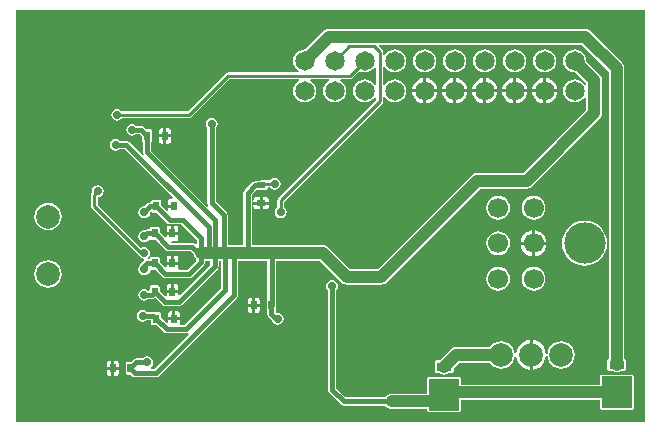
<source format=gbl>
G04 Layer_Physical_Order=2*
G04 Layer_Color=16711680*
%FSLAX25Y25*%
%MOIN*%
G70*
G01*
G75*
%ADD13R,0.03150X0.01968*%
%ADD19R,0.01968X0.03150*%
%ADD21C,0.00984*%
%ADD23C,0.01500*%
%ADD24C,0.03937*%
%ADD25C,0.01575*%
%ADD27C,0.06500*%
%ADD28C,0.07874*%
%ADD29C,0.13780*%
%ADD30C,0.06693*%
%ADD31C,0.02756*%
%ADD32R,0.10000X0.10500*%
%ADD33R,0.05000X0.03000*%
G36*
X541296Y207204D02*
X331704Y207204D01*
Y344296D01*
X541296Y344296D01*
X541296Y207204D01*
D02*
G37*
%LPC*%
G36*
X384937Y262578D02*
X384453D01*
Y260500D01*
X385941D01*
Y261575D01*
X385864Y261959D01*
X385647Y262284D01*
X385321Y262502D01*
X384937Y262578D01*
D02*
G37*
G36*
X383453D02*
X382968D01*
X382585Y262502D01*
X382259Y262284D01*
X382041Y261959D01*
X381965Y261575D01*
Y260500D01*
X383453D01*
Y262578D01*
D02*
G37*
G36*
X508613Y266189D02*
X504811D01*
Y262387D01*
X505442Y262470D01*
X506495Y262906D01*
X507400Y263600D01*
X508094Y264505D01*
X508530Y265558D01*
X508613Y266189D01*
D02*
G37*
G36*
X503811D02*
X500009D01*
X500092Y265558D01*
X500528Y264505D01*
X501222Y263600D01*
X502127Y262906D01*
X503181Y262470D01*
X503811Y262387D01*
Y266189D01*
D02*
G37*
G36*
X384937Y253078D02*
X384453D01*
Y251000D01*
X385941D01*
Y252075D01*
X385864Y252459D01*
X385647Y252784D01*
X385321Y253002D01*
X384937Y253078D01*
D02*
G37*
G36*
X383453D02*
X382968D01*
X382585Y253002D01*
X382259Y252784D01*
X382041Y252459D01*
X381965Y252075D01*
Y251000D01*
X383453D01*
Y253078D01*
D02*
G37*
G36*
X521319Y274215D02*
X519851Y274070D01*
X518439Y273642D01*
X517138Y272947D01*
X515997Y272011D01*
X515061Y270870D01*
X514366Y269569D01*
X513938Y268157D01*
X513793Y266689D01*
X513938Y265221D01*
X514366Y263809D01*
X515061Y262508D01*
X515997Y261367D01*
X517138Y260431D01*
X518439Y259736D01*
X519851Y259308D01*
X521319Y259163D01*
X522787Y259308D01*
X524199Y259736D01*
X525500Y260431D01*
X526641Y261367D01*
X527576Y262508D01*
X528272Y263809D01*
X528700Y265221D01*
X528845Y266689D01*
X528700Y268157D01*
X528272Y269569D01*
X527576Y270870D01*
X526641Y272011D01*
X525500Y272947D01*
X524199Y273642D01*
X522787Y274070D01*
X521319Y274215D01*
D02*
G37*
G36*
X342500Y260970D02*
X341316Y260814D01*
X340212Y260357D01*
X339264Y259630D01*
X338537Y258682D01*
X338080Y257578D01*
X337924Y256394D01*
X338080Y255209D01*
X338537Y254106D01*
X339264Y253158D01*
X340212Y252431D01*
X341316Y251974D01*
X342500Y251817D01*
X343684Y251974D01*
X344788Y252431D01*
X345736Y253158D01*
X346463Y254106D01*
X346920Y255209D01*
X347076Y256394D01*
X346920Y257578D01*
X346463Y258682D01*
X345736Y259630D01*
X344788Y260357D01*
X343684Y260814D01*
X342500Y260970D01*
D02*
G37*
G36*
Y280183D02*
X341316Y280027D01*
X340212Y279569D01*
X339264Y278842D01*
X338537Y277894D01*
X338080Y276791D01*
X337924Y275606D01*
X338080Y274422D01*
X338537Y273318D01*
X339264Y272371D01*
X340212Y271643D01*
X341316Y271186D01*
X342500Y271030D01*
X343684Y271186D01*
X344788Y271643D01*
X345736Y272371D01*
X346463Y273318D01*
X346920Y274422D01*
X347076Y275606D01*
X346920Y276791D01*
X346463Y277894D01*
X345736Y278842D01*
X344788Y279569D01*
X343684Y280027D01*
X342500Y280183D01*
D02*
G37*
G36*
X384937Y272578D02*
X384453D01*
Y270500D01*
X385941D01*
Y271575D01*
X385864Y271959D01*
X385647Y272284D01*
X385321Y272502D01*
X384937Y272578D01*
D02*
G37*
G36*
X504311Y282481D02*
X503281Y282345D01*
X502321Y281947D01*
X501496Y281315D01*
X500864Y280490D01*
X500466Y279530D01*
X500330Y278500D01*
X500466Y277470D01*
X500864Y276510D01*
X501496Y275685D01*
X502321Y275053D01*
X503281Y274655D01*
X504311Y274519D01*
X505341Y274655D01*
X506301Y275053D01*
X507126Y275685D01*
X507758Y276510D01*
X508156Y277470D01*
X508291Y278500D01*
X508156Y279530D01*
X507758Y280490D01*
X507126Y281315D01*
X506301Y281947D01*
X505341Y282345D01*
X504311Y282481D01*
D02*
G37*
G36*
X492500D02*
X491470Y282345D01*
X490510Y281947D01*
X489685Y281315D01*
X489053Y280490D01*
X488655Y279530D01*
X488519Y278500D01*
X488655Y277470D01*
X489053Y276510D01*
X489685Y275685D01*
X490510Y275053D01*
X491470Y274655D01*
X492500Y274519D01*
X493530Y274655D01*
X494490Y275053D01*
X495315Y275685D01*
X495947Y276510D01*
X496345Y277470D01*
X496481Y278500D01*
X496345Y279530D01*
X495947Y280490D01*
X495315Y281315D01*
X494490Y281947D01*
X493530Y282345D01*
X492500Y282481D01*
D02*
G37*
G36*
X503811Y270991D02*
X503181Y270908D01*
X502127Y270472D01*
X501222Y269778D01*
X500528Y268873D01*
X500092Y267819D01*
X500009Y267189D01*
X503811D01*
Y270991D01*
D02*
G37*
G36*
X492500Y270670D02*
X491470Y270534D01*
X490510Y270136D01*
X489685Y269504D01*
X489053Y268679D01*
X488655Y267719D01*
X488519Y266689D01*
X488655Y265659D01*
X489053Y264699D01*
X489685Y263874D01*
X490510Y263242D01*
X491470Y262844D01*
X492500Y262708D01*
X493530Y262844D01*
X494490Y263242D01*
X495315Y263874D01*
X495947Y264699D01*
X496345Y265659D01*
X496481Y266689D01*
X496345Y267719D01*
X495947Y268679D01*
X495315Y269504D01*
X494490Y270136D01*
X493530Y270534D01*
X492500Y270670D01*
D02*
G37*
G36*
X383453Y272578D02*
X382968D01*
X382585Y272502D01*
X382259Y272284D01*
X382041Y271959D01*
X381965Y271575D01*
Y270500D01*
X383453D01*
Y272578D01*
D02*
G37*
G36*
X504811Y270991D02*
Y267189D01*
X508613D01*
X508530Y267819D01*
X508094Y268873D01*
X507400Y269778D01*
X506495Y270472D01*
X505442Y270908D01*
X504811Y270991D01*
D02*
G37*
G36*
X363547Y227578D02*
X363063D01*
X362679Y227502D01*
X362353Y227284D01*
X362136Y226959D01*
X362059Y226575D01*
Y225500D01*
X363547D01*
Y227578D01*
D02*
G37*
G36*
X504000Y234398D02*
Y229500D01*
Y224602D01*
X504785Y224705D01*
X505982Y225201D01*
X507010Y225990D01*
X507799Y227018D01*
X508295Y228215D01*
X508421Y229176D01*
X508442Y229332D01*
X508946D01*
X508966Y229176D01*
X509080Y228316D01*
X509537Y227212D01*
X510264Y226264D01*
X511212Y225537D01*
X512316Y225080D01*
X513500Y224924D01*
X514684Y225080D01*
X515788Y225537D01*
X516736Y226264D01*
X517463Y227212D01*
X517920Y228316D01*
X518076Y229500D01*
X517920Y230684D01*
X517463Y231788D01*
X516736Y232736D01*
X515788Y233463D01*
X514684Y233920D01*
X513500Y234076D01*
X512316Y233920D01*
X511212Y233463D01*
X510264Y232736D01*
X509537Y231788D01*
X509080Y230684D01*
X508966Y229824D01*
X508946Y229668D01*
X508442D01*
X508421Y229824D01*
X508295Y230785D01*
X507799Y231982D01*
X507010Y233010D01*
X505982Y233799D01*
X504785Y234295D01*
X504000Y234398D01*
D02*
G37*
G36*
X503000D02*
X502215Y234295D01*
X501018Y233799D01*
X499990Y233010D01*
X499201Y231982D01*
X498705Y230785D01*
X498579Y229824D01*
X498558Y229668D01*
X498054D01*
X498034Y229824D01*
X497920Y230684D01*
X497463Y231788D01*
X496736Y232736D01*
X495788Y233463D01*
X494684Y233920D01*
X493500Y234076D01*
X492316Y233920D01*
X491212Y233463D01*
X490264Y232736D01*
X489769Y232091D01*
X478500D01*
X477830Y232002D01*
X477205Y231744D01*
X476668Y231332D01*
X472986Y227649D01*
X472000D01*
X471541Y227459D01*
X471351Y227000D01*
Y224000D01*
X471541Y223541D01*
X472000Y223351D01*
X473082D01*
X473205Y223256D01*
X473830Y222998D01*
X474500Y222909D01*
X475171Y222998D01*
X475795Y223256D01*
X475918Y223351D01*
X477000D01*
X477459Y223541D01*
X477649Y224000D01*
Y224986D01*
X479573Y226909D01*
X489769D01*
X490264Y226264D01*
X491212Y225537D01*
X492316Y225080D01*
X493500Y224924D01*
X494684Y225080D01*
X495788Y225537D01*
X496736Y226264D01*
X497463Y227212D01*
X497920Y228316D01*
X498034Y229176D01*
X498054Y229332D01*
X498558D01*
X498579Y229176D01*
X498705Y228215D01*
X499201Y227018D01*
X499990Y225990D01*
X501018Y225201D01*
X502215Y224705D01*
X503000Y224602D01*
Y229500D01*
Y234398D01*
D02*
G37*
G36*
X365032Y227578D02*
X364547D01*
Y225500D01*
X366035D01*
Y226575D01*
X365959Y226959D01*
X365741Y227284D01*
X365416Y227502D01*
X365032Y227578D01*
D02*
G37*
G36*
X363547Y224500D02*
X362059D01*
Y223425D01*
X362136Y223041D01*
X362353Y222716D01*
X362679Y222498D01*
X363063Y222422D01*
X363547D01*
Y224500D01*
D02*
G37*
G36*
X437150Y254517D02*
X436379Y254363D01*
X435724Y253926D01*
X435287Y253272D01*
X435134Y252500D01*
X435287Y251728D01*
X435724Y251074D01*
X435736Y251066D01*
Y217850D01*
X435844Y217308D01*
X436150Y216849D01*
X439980Y213019D01*
X440439Y212713D01*
X440980Y212605D01*
X454883D01*
X455213Y212175D01*
X455750Y211763D01*
X456375Y211504D01*
X457045Y211416D01*
X468851D01*
Y211000D01*
X469041Y210541D01*
X469500Y210351D01*
X479500D01*
X479959Y210541D01*
X480149Y211000D01*
Y214409D01*
X526351D01*
Y211750D01*
X526541Y211291D01*
X527000Y211101D01*
X537000D01*
X537459Y211291D01*
X537649Y211750D01*
Y222250D01*
X537459Y222709D01*
X537000Y222899D01*
X527000D01*
X526541Y222709D01*
X526351Y222250D01*
Y219591D01*
X480149D01*
Y221500D01*
X479959Y221959D01*
X479500Y222149D01*
X469500D01*
X469041Y221959D01*
X468851Y221500D01*
Y216597D01*
X457045D01*
X456375Y216509D01*
X455750Y216250D01*
X455213Y215838D01*
X454903Y215434D01*
X441567D01*
X438565Y218436D01*
Y251066D01*
X438576Y251074D01*
X439014Y251728D01*
X439167Y252500D01*
X439014Y253272D01*
X438576Y253926D01*
X437922Y254363D01*
X437150Y254517D01*
D02*
G37*
G36*
X521500Y338091D02*
X436000D01*
X435329Y338002D01*
X434705Y337744D01*
X434168Y337332D01*
X428194Y331358D01*
X428000Y331383D01*
X426995Y331251D01*
X426058Y330863D01*
X425254Y330246D01*
X424637Y329442D01*
X424249Y328505D01*
X424117Y327500D01*
X424249Y326495D01*
X424637Y325558D01*
X425254Y324754D01*
X426058Y324137D01*
X426115Y324113D01*
X426016Y323614D01*
X402500D01*
X402500Y323614D01*
X402074Y323529D01*
X401713Y323287D01*
X401713Y323287D01*
X389039Y310613D01*
X367135D01*
X366926Y310926D01*
X366272Y311363D01*
X365500Y311517D01*
X364728Y311363D01*
X364074Y310926D01*
X363637Y310272D01*
X363483Y309500D01*
X363637Y308728D01*
X364074Y308074D01*
X364728Y307637D01*
X365500Y307483D01*
X366272Y307637D01*
X366926Y308074D01*
X367135Y308386D01*
X389500D01*
X389926Y308471D01*
X390287Y308713D01*
X402961Y321387D01*
X426016D01*
X426115Y320886D01*
X426058Y320863D01*
X425254Y320246D01*
X424637Y319442D01*
X424249Y318505D01*
X424117Y317500D01*
X424249Y316495D01*
X424637Y315558D01*
X425254Y314754D01*
X426058Y314137D01*
X426995Y313749D01*
X428000Y313617D01*
X429005Y313749D01*
X429942Y314137D01*
X430746Y314754D01*
X431363Y315558D01*
X431751Y316495D01*
X431883Y317500D01*
X431751Y318505D01*
X431363Y319442D01*
X430746Y320246D01*
X429942Y320863D01*
X429885Y320886D01*
X429984Y321387D01*
X436016D01*
X436115Y320886D01*
X436058Y320863D01*
X435254Y320246D01*
X434637Y319442D01*
X434249Y318505D01*
X434117Y317500D01*
X434249Y316495D01*
X434637Y315558D01*
X435254Y314754D01*
X436058Y314137D01*
X436995Y313749D01*
X438000Y313617D01*
X439005Y313749D01*
X439942Y314137D01*
X440746Y314754D01*
X441363Y315558D01*
X441751Y316495D01*
X441883Y317500D01*
X441751Y318505D01*
X441363Y319442D01*
X440746Y320246D01*
X439942Y320863D01*
X439885Y320886D01*
X439984Y321387D01*
X443000D01*
X443426Y321471D01*
X443787Y321713D01*
X446167Y324092D01*
X446995Y323749D01*
X448000Y323617D01*
X449005Y323749D01*
X449942Y324137D01*
X450746Y324754D01*
X451363Y325558D01*
X451386Y325615D01*
X451887Y325516D01*
Y319484D01*
X451386Y319385D01*
X451363Y319442D01*
X450746Y320246D01*
X449942Y320863D01*
X449005Y321251D01*
X448000Y321383D01*
X446995Y321251D01*
X446058Y320863D01*
X445254Y320246D01*
X444637Y319442D01*
X444249Y318505D01*
X444117Y317500D01*
X444249Y316495D01*
X444637Y315558D01*
X445254Y314754D01*
X446058Y314137D01*
X446995Y313749D01*
X448000Y313617D01*
X449005Y313749D01*
X449942Y314137D01*
X450746Y314754D01*
X451363Y315558D01*
X451386Y315615D01*
X451887Y315516D01*
Y314461D01*
X419213Y281787D01*
X418971Y281426D01*
X418887Y281000D01*
Y278635D01*
X418574Y278426D01*
X418137Y277772D01*
X417983Y277000D01*
X418137Y276228D01*
X418574Y275574D01*
X419228Y275137D01*
X420000Y274983D01*
X420772Y275137D01*
X421426Y275574D01*
X421863Y276228D01*
X422017Y277000D01*
X421863Y277772D01*
X421426Y278426D01*
X421113Y278635D01*
Y280539D01*
X453787Y313213D01*
X454029Y313574D01*
X454113Y314000D01*
X454113Y314000D01*
Y315516D01*
X454613Y315615D01*
X454637Y315558D01*
X455254Y314754D01*
X456058Y314137D01*
X456995Y313749D01*
X458000Y313617D01*
X459005Y313749D01*
X459942Y314137D01*
X460746Y314754D01*
X461363Y315558D01*
X461751Y316495D01*
X461883Y317500D01*
X461751Y318505D01*
X461363Y319442D01*
X460746Y320246D01*
X459942Y320863D01*
X459005Y321251D01*
X458000Y321383D01*
X456995Y321251D01*
X456058Y320863D01*
X455254Y320246D01*
X454637Y319442D01*
X454613Y319385D01*
X454113Y319484D01*
Y325516D01*
X454613Y325615D01*
X454637Y325558D01*
X455254Y324754D01*
X456058Y324137D01*
X456995Y323749D01*
X458000Y323617D01*
X459005Y323749D01*
X459942Y324137D01*
X460746Y324754D01*
X461363Y325558D01*
X461751Y326495D01*
X461883Y327500D01*
X461751Y328505D01*
X461363Y329442D01*
X460746Y330246D01*
X459942Y330863D01*
X459005Y331251D01*
X458000Y331383D01*
X456995Y331251D01*
X456058Y330863D01*
X455254Y330246D01*
X454637Y329442D01*
X454613Y329385D01*
X454113Y329484D01*
Y330500D01*
X454029Y330926D01*
X453787Y331287D01*
X452627Y332447D01*
X452819Y332909D01*
X520427D01*
X529409Y323927D01*
Y228362D01*
X529041Y228209D01*
X528851Y227750D01*
Y224750D01*
X529041Y224291D01*
X529500Y224101D01*
X530582D01*
X530705Y224006D01*
X531329Y223748D01*
X532000Y223659D01*
X532670Y223748D01*
X533295Y224006D01*
X533418Y224101D01*
X534500D01*
X534959Y224291D01*
X535149Y224750D01*
Y227750D01*
X534959Y228209D01*
X534591Y228362D01*
Y325000D01*
X534502Y325671D01*
X534244Y326295D01*
X533832Y326832D01*
X523332Y337332D01*
X522795Y337744D01*
X522170Y338002D01*
X521500Y338091D01*
D02*
G37*
G36*
X366035Y224500D02*
X364547D01*
Y222422D01*
X365032D01*
X365416Y222498D01*
X365741Y222716D01*
X365959Y223041D01*
X366035Y223425D01*
Y224500D01*
D02*
G37*
G36*
X412032Y248578D02*
X411547D01*
Y246500D01*
X413035D01*
Y247575D01*
X412959Y247959D01*
X412741Y248284D01*
X412416Y248502D01*
X412032Y248578D01*
D02*
G37*
G36*
X410547D02*
X410063D01*
X409679Y248502D01*
X409353Y248284D01*
X409136Y247959D01*
X409059Y247575D01*
Y246500D01*
X410547D01*
Y248578D01*
D02*
G37*
G36*
X504311Y258858D02*
X503281Y258723D01*
X502321Y258325D01*
X501496Y257693D01*
X500864Y256868D01*
X500466Y255908D01*
X500330Y254878D01*
X500466Y253848D01*
X500864Y252888D01*
X501496Y252063D01*
X502321Y251431D01*
X503281Y251033D01*
X504311Y250898D01*
X505341Y251033D01*
X506301Y251431D01*
X507126Y252063D01*
X507758Y252888D01*
X508156Y253848D01*
X508291Y254878D01*
X508156Y255908D01*
X507758Y256868D01*
X507126Y257693D01*
X506301Y258325D01*
X505341Y258723D01*
X504311Y258858D01*
D02*
G37*
G36*
X492500D02*
X491470Y258723D01*
X490510Y258325D01*
X489685Y257693D01*
X489053Y256868D01*
X488655Y255908D01*
X488519Y254878D01*
X488655Y253848D01*
X489053Y252888D01*
X489685Y252063D01*
X490510Y251431D01*
X491470Y251033D01*
X492500Y250898D01*
X493530Y251033D01*
X494490Y251431D01*
X495315Y252063D01*
X495947Y252888D01*
X496345Y253848D01*
X496481Y254878D01*
X496345Y255908D01*
X495947Y256868D01*
X495315Y257693D01*
X494490Y258325D01*
X493530Y258723D01*
X492500Y258858D01*
D02*
G37*
G36*
X385437Y244078D02*
X384953D01*
Y242000D01*
X386440D01*
Y243075D01*
X386364Y243459D01*
X386147Y243784D01*
X385821Y244002D01*
X385437Y244078D01*
D02*
G37*
G36*
X383953D02*
X383469D01*
X383085Y244002D01*
X382759Y243784D01*
X382541Y243459D01*
X382465Y243075D01*
Y242000D01*
X383953D01*
Y244078D01*
D02*
G37*
G36*
X413035Y245500D02*
X411547D01*
Y243422D01*
X412032D01*
X412416Y243498D01*
X412741Y243716D01*
X412959Y244041D01*
X413035Y244425D01*
Y245500D01*
D02*
G37*
G36*
X410547D02*
X409059D01*
Y244425D01*
X409136Y244041D01*
X409353Y243716D01*
X409679Y243498D01*
X410063Y243422D01*
X410547D01*
Y245500D01*
D02*
G37*
G36*
X413000Y279547D02*
X410922D01*
Y279063D01*
X410998Y278679D01*
X411216Y278353D01*
X411541Y278136D01*
X411925Y278060D01*
X413000D01*
Y279547D01*
D02*
G37*
G36*
X488500Y321705D02*
Y318000D01*
X492205D01*
X492125Y318605D01*
X491699Y319635D01*
X491020Y320520D01*
X490135Y321199D01*
X489105Y321625D01*
X488500Y321705D01*
D02*
G37*
G36*
X487500D02*
X486895Y321625D01*
X485865Y321199D01*
X484980Y320520D01*
X484301Y319635D01*
X483875Y318605D01*
X483795Y318000D01*
X487500D01*
Y321705D01*
D02*
G37*
G36*
X498500D02*
Y318000D01*
X502205D01*
X502125Y318605D01*
X501699Y319635D01*
X501020Y320520D01*
X500135Y321199D01*
X499105Y321625D01*
X498500Y321705D01*
D02*
G37*
G36*
X497500D02*
X496895Y321625D01*
X495865Y321199D01*
X494980Y320520D01*
X494301Y319635D01*
X493875Y318605D01*
X493795Y318000D01*
X497500D01*
Y321705D01*
D02*
G37*
G36*
X468500D02*
Y318000D01*
X472205D01*
X472125Y318605D01*
X471699Y319635D01*
X471020Y320520D01*
X470135Y321199D01*
X469105Y321625D01*
X468500Y321705D01*
D02*
G37*
G36*
X467500D02*
X466895Y321625D01*
X465865Y321199D01*
X464980Y320520D01*
X464301Y319635D01*
X463875Y318605D01*
X463795Y318000D01*
X467500D01*
Y321705D01*
D02*
G37*
G36*
X478500D02*
Y318000D01*
X482205D01*
X482125Y318605D01*
X481699Y319635D01*
X481020Y320520D01*
X480135Y321199D01*
X479105Y321625D01*
X478500Y321705D01*
D02*
G37*
G36*
X477500D02*
X476895Y321625D01*
X475865Y321199D01*
X474980Y320520D01*
X474301Y319635D01*
X473875Y318605D01*
X473795Y318000D01*
X477500D01*
Y321705D01*
D02*
G37*
G36*
X488000Y331383D02*
X486995Y331251D01*
X486058Y330863D01*
X485254Y330246D01*
X484637Y329442D01*
X484249Y328505D01*
X484117Y327500D01*
X484249Y326495D01*
X484637Y325558D01*
X485254Y324754D01*
X486058Y324137D01*
X486995Y323749D01*
X488000Y323617D01*
X489005Y323749D01*
X489942Y324137D01*
X490746Y324754D01*
X491363Y325558D01*
X491751Y326495D01*
X491883Y327500D01*
X491751Y328505D01*
X491363Y329442D01*
X490746Y330246D01*
X489942Y330863D01*
X489005Y331251D01*
X488000Y331383D01*
D02*
G37*
G36*
X478000D02*
X476995Y331251D01*
X476058Y330863D01*
X475254Y330246D01*
X474637Y329442D01*
X474249Y328505D01*
X474117Y327500D01*
X474249Y326495D01*
X474637Y325558D01*
X475254Y324754D01*
X476058Y324137D01*
X476995Y323749D01*
X478000Y323617D01*
X479005Y323749D01*
X479942Y324137D01*
X480746Y324754D01*
X481363Y325558D01*
X481751Y326495D01*
X481883Y327500D01*
X481751Y328505D01*
X481363Y329442D01*
X480746Y330246D01*
X479942Y330863D01*
X479005Y331251D01*
X478000Y331383D01*
D02*
G37*
G36*
X508000D02*
X506995Y331251D01*
X506058Y330863D01*
X505254Y330246D01*
X504637Y329442D01*
X504249Y328505D01*
X504117Y327500D01*
X504249Y326495D01*
X504637Y325558D01*
X505254Y324754D01*
X506058Y324137D01*
X506995Y323749D01*
X508000Y323617D01*
X509005Y323749D01*
X509942Y324137D01*
X510746Y324754D01*
X511363Y325558D01*
X511751Y326495D01*
X511883Y327500D01*
X511751Y328505D01*
X511363Y329442D01*
X510746Y330246D01*
X509942Y330863D01*
X509005Y331251D01*
X508000Y331383D01*
D02*
G37*
G36*
X498000D02*
X496995Y331251D01*
X496058Y330863D01*
X495254Y330246D01*
X494637Y329442D01*
X494249Y328505D01*
X494117Y327500D01*
X494249Y326495D01*
X494637Y325558D01*
X495254Y324754D01*
X496058Y324137D01*
X496995Y323749D01*
X498000Y323617D01*
X499005Y323749D01*
X499942Y324137D01*
X500746Y324754D01*
X501363Y325558D01*
X501751Y326495D01*
X501883Y327500D01*
X501751Y328505D01*
X501363Y329442D01*
X500746Y330246D01*
X499942Y330863D01*
X499005Y331251D01*
X498000Y331383D01*
D02*
G37*
G36*
X508500Y321705D02*
Y318000D01*
X512205D01*
X512125Y318605D01*
X511699Y319635D01*
X511020Y320520D01*
X510135Y321199D01*
X509105Y321625D01*
X508500Y321705D01*
D02*
G37*
G36*
X507500D02*
X506895Y321625D01*
X505865Y321199D01*
X504980Y320520D01*
X504301Y319635D01*
X503875Y318605D01*
X503795Y318000D01*
X507500D01*
Y321705D01*
D02*
G37*
G36*
X468000Y331383D02*
X466995Y331251D01*
X466058Y330863D01*
X465254Y330246D01*
X464637Y329442D01*
X464249Y328505D01*
X464117Y327500D01*
X464249Y326495D01*
X464637Y325558D01*
X465254Y324754D01*
X466058Y324137D01*
X466995Y323749D01*
X468000Y323617D01*
X469005Y323749D01*
X469942Y324137D01*
X470746Y324754D01*
X471363Y325558D01*
X471751Y326495D01*
X471883Y327500D01*
X471751Y328505D01*
X471363Y329442D01*
X470746Y330246D01*
X469942Y330863D01*
X469005Y331251D01*
X468000Y331383D01*
D02*
G37*
G36*
X518000D02*
X516995Y331251D01*
X516058Y330863D01*
X515254Y330246D01*
X514637Y329442D01*
X514249Y328505D01*
X514117Y327500D01*
X514249Y326495D01*
X514637Y325558D01*
X515254Y324754D01*
X516058Y324137D01*
X516995Y323749D01*
X518000Y323617D01*
X518194Y323642D01*
X521909Y319927D01*
Y319429D01*
X521409Y319330D01*
X521363Y319442D01*
X520746Y320246D01*
X519942Y320863D01*
X519005Y321251D01*
X518000Y321383D01*
X516995Y321251D01*
X516058Y320863D01*
X515254Y320246D01*
X514637Y319442D01*
X514249Y318505D01*
X514117Y317500D01*
X514249Y316495D01*
X514637Y315558D01*
X515254Y314754D01*
X516058Y314137D01*
X516995Y313749D01*
X518000Y313617D01*
X519005Y313749D01*
X519942Y314137D01*
X520746Y314754D01*
X521363Y315558D01*
X521409Y315670D01*
X521909Y315571D01*
Y311073D01*
X500927Y290091D01*
X485500D01*
X484830Y290002D01*
X484205Y289744D01*
X483668Y289332D01*
X452427Y258091D01*
X451500D01*
X451000Y258025D01*
X450500Y258091D01*
X443073D01*
X435832Y265332D01*
X435295Y265744D01*
X434670Y266002D01*
X434000Y266091D01*
X410377D01*
Y282883D01*
X411846Y284352D01*
X411925Y284319D01*
X415075D01*
X415534Y284509D01*
X415724Y284968D01*
Y285386D01*
X416365D01*
X416574Y285074D01*
X417228Y284637D01*
X418000Y284483D01*
X418772Y284637D01*
X419426Y285074D01*
X419863Y285728D01*
X420017Y286500D01*
X419863Y287272D01*
X419426Y287926D01*
X418772Y288363D01*
X418000Y288517D01*
X417228Y288363D01*
X416574Y287926D01*
X416365Y287614D01*
X413453D01*
X413317Y287586D01*
X411925D01*
X411466Y287396D01*
X411450Y287357D01*
X411021Y287272D01*
X410574Y286973D01*
X408027Y284426D01*
X407728Y283980D01*
X407623Y283453D01*
Y266091D01*
X402377D01*
Y276053D01*
X402272Y276580D01*
X401973Y277027D01*
X401973Y277027D01*
X398376Y280624D01*
Y305041D01*
X398426Y305074D01*
X398863Y305728D01*
X399017Y306500D01*
X398863Y307272D01*
X398426Y307926D01*
X397772Y308363D01*
X397000Y308517D01*
X396228Y308363D01*
X395574Y307926D01*
X395137Y307272D01*
X394983Y306500D01*
X395137Y305728D01*
X395574Y305074D01*
X395623Y305041D01*
Y280053D01*
X395728Y279527D01*
X395932Y279222D01*
X395544Y278903D01*
X376924Y297523D01*
Y300438D01*
X376991Y300466D01*
X377181Y300925D01*
Y304075D01*
X376991Y304534D01*
X376532Y304724D01*
X375270D01*
X374520Y305473D01*
X374074Y305772D01*
X373547Y305876D01*
X371959D01*
X371926Y305926D01*
X371272Y306363D01*
X370500Y306517D01*
X369728Y306363D01*
X369074Y305926D01*
X368637Y305272D01*
X368483Y304500D01*
X368637Y303728D01*
X369074Y303074D01*
X369728Y302637D01*
X370500Y302483D01*
X371272Y302637D01*
X371926Y303074D01*
X371959Y303123D01*
X372977D01*
X373914Y302187D01*
Y300925D01*
X374104Y300466D01*
X374171Y300438D01*
Y296953D01*
X374276Y296426D01*
X374372Y296282D01*
X373984Y295963D01*
X369473Y300473D01*
X369027Y300772D01*
X368500Y300876D01*
X366459D01*
X366426Y300926D01*
X365772Y301363D01*
X365000Y301517D01*
X364228Y301363D01*
X363574Y300926D01*
X363137Y300272D01*
X362983Y299500D01*
X363137Y298728D01*
X363574Y298074D01*
X364228Y297637D01*
X365000Y297483D01*
X365772Y297637D01*
X366426Y298074D01*
X366459Y298124D01*
X367930D01*
X384013Y282040D01*
X383822Y281578D01*
X383469D01*
X383085Y281502D01*
X382759Y281284D01*
X382541Y280959D01*
X382465Y280575D01*
Y279500D01*
X384453D01*
Y278500D01*
X382465D01*
Y277736D01*
X381965Y277529D01*
X380181Y279313D01*
Y280575D01*
X379991Y281034D01*
X379532Y281224D01*
X377563D01*
X377104Y281034D01*
X376913Y280575D01*
X376500Y280377D01*
X375973Y280272D01*
X375527Y279973D01*
X374558Y279005D01*
X374500Y279017D01*
X373728Y278863D01*
X373074Y278426D01*
X372637Y277772D01*
X372483Y277000D01*
X372637Y276228D01*
X373074Y275574D01*
X373728Y275137D01*
X374500Y274983D01*
X375272Y275137D01*
X375926Y275574D01*
X376363Y276228D01*
X376517Y277000D01*
X376985Y276988D01*
X377104Y276966D01*
X377563Y276776D01*
X378825D01*
X382074Y273527D01*
X382521Y273228D01*
X383047Y273124D01*
X386930D01*
X392124Y267930D01*
Y266476D01*
X391662Y266285D01*
X391473Y266473D01*
X391027Y266772D01*
X390500Y266877D01*
X383595D01*
X383564Y266922D01*
X383832Y267422D01*
X384937D01*
X385321Y267498D01*
X385647Y267716D01*
X385864Y268041D01*
X385941Y268425D01*
Y269500D01*
X383953D01*
X381965D01*
Y268736D01*
X381465Y268529D01*
X379681Y270313D01*
Y271575D01*
X379491Y272034D01*
X379031Y272224D01*
X377063D01*
X376604Y272034D01*
X376413Y271575D01*
Y271376D01*
X375500D01*
X374973Y271272D01*
X374571Y271003D01*
X374500Y271017D01*
X373728Y270863D01*
X373074Y270426D01*
X372637Y269772D01*
X372483Y269000D01*
X372637Y268228D01*
X373074Y267574D01*
X373728Y267137D01*
X374500Y266983D01*
X375272Y267137D01*
X375926Y267574D01*
X376111Y267850D01*
X376604Y267966D01*
X377063Y267776D01*
X378325D01*
X381574Y264527D01*
X382020Y264228D01*
X382547Y264124D01*
X389930D01*
X390963Y263090D01*
X390998Y262829D01*
X391256Y262205D01*
X391668Y261668D01*
X391911Y261482D01*
X391942Y260889D01*
X388930Y257876D01*
X386310D01*
X385931Y258377D01*
X385941Y258425D01*
Y259500D01*
X383953D01*
X381965D01*
Y258736D01*
X381465Y258529D01*
X379681Y260313D01*
Y261575D01*
X379491Y262034D01*
X379031Y262224D01*
X377063D01*
X376604Y262034D01*
X376413Y261575D01*
Y261377D01*
X375782D01*
X375630Y261877D01*
X375926Y262074D01*
X376363Y262728D01*
X376517Y263500D01*
X376363Y264272D01*
X375926Y264926D01*
X375272Y265363D01*
X374500Y265517D01*
X373728Y265363D01*
X373418Y265156D01*
X359000Y279575D01*
Y281983D01*
X359772Y282137D01*
X360426Y282574D01*
X360863Y283228D01*
X361017Y284000D01*
X360863Y284772D01*
X360426Y285426D01*
X359772Y285863D01*
X359000Y286017D01*
X358228Y285863D01*
X357574Y285426D01*
X357137Y284772D01*
X356983Y284000D01*
X357060Y283615D01*
X356858Y283313D01*
X356773Y282887D01*
Y279114D01*
X356858Y278687D01*
X357099Y278326D01*
X372622Y262803D01*
X372637Y262728D01*
X373074Y262074D01*
X373728Y261637D01*
X374415Y261500D01*
X374534Y261233D01*
X374566Y260999D01*
X374527Y260973D01*
X374527Y260973D01*
X373527Y259973D01*
X373231Y259531D01*
X373074Y259426D01*
X372637Y258772D01*
X372483Y258000D01*
X372637Y257228D01*
X373074Y256574D01*
X373728Y256137D01*
X374500Y255983D01*
X375272Y256137D01*
X375926Y256574D01*
X376363Y257228D01*
X376418Y257502D01*
X376988Y257807D01*
X377063Y257776D01*
X378325D01*
X380574Y255527D01*
X381020Y255228D01*
X381547Y255123D01*
X381547Y255123D01*
X389500D01*
X390027Y255228D01*
X390473Y255527D01*
X394473Y259527D01*
X394473Y259527D01*
X394772Y259973D01*
X394877Y260500D01*
Y260909D01*
X396623D01*
Y259570D01*
X386440Y249387D01*
X385941Y249594D01*
Y250000D01*
X383953D01*
X381965D01*
Y249236D01*
X381465Y249029D01*
X379681Y250813D01*
Y252075D01*
X379491Y252534D01*
X379031Y252724D01*
X377063D01*
X376604Y252534D01*
X376413Y252075D01*
Y251028D01*
X375914Y250934D01*
X375272Y251363D01*
X374500Y251517D01*
X373728Y251363D01*
X373074Y250926D01*
X372637Y250272D01*
X372483Y249500D01*
X372637Y248728D01*
X373074Y248074D01*
X373728Y247637D01*
X374500Y247483D01*
X375272Y247637D01*
X375926Y248074D01*
X375959Y248124D01*
X376905D01*
X377024Y248100D01*
X377550Y248205D01*
X377657Y248276D01*
X378325D01*
X380574Y246027D01*
X381020Y245728D01*
X381547Y245623D01*
X381547Y245623D01*
X386000D01*
X386527Y245728D01*
X386973Y246027D01*
X398973Y258027D01*
X399272Y258473D01*
X399377Y259000D01*
Y260909D01*
X400124D01*
Y251570D01*
X387930Y239376D01*
X386810D01*
X386431Y239877D01*
X386440Y239925D01*
Y241000D01*
X384453D01*
X382465D01*
Y240236D01*
X381965Y240029D01*
X380181Y241813D01*
Y243075D01*
X379991Y243534D01*
X379532Y243724D01*
X378145D01*
X378074Y243772D01*
X377547Y243877D01*
X375459D01*
X375426Y243926D01*
X374772Y244363D01*
X374000Y244517D01*
X373228Y244363D01*
X372574Y243926D01*
X372137Y243272D01*
X371983Y242500D01*
X372137Y241728D01*
X372574Y241074D01*
X373228Y240637D01*
X374000Y240483D01*
X374772Y240637D01*
X375426Y241074D01*
X375459Y241124D01*
X376913D01*
Y239925D01*
X377104Y239466D01*
X377563Y239276D01*
X378825D01*
X381074Y237027D01*
X381521Y236728D01*
X382047Y236624D01*
X382047Y236624D01*
X388500D01*
X389027Y236728D01*
X389171Y236825D01*
X389490Y236436D01*
X377930Y224876D01*
X376782D01*
X376630Y225377D01*
X376926Y225574D01*
X377363Y226228D01*
X377517Y227000D01*
X377363Y227772D01*
X376926Y228426D01*
X376272Y228863D01*
X375500Y229017D01*
X374728Y228863D01*
X374074Y228426D01*
X374041Y228377D01*
X371953D01*
X371953Y228377D01*
X371426Y228272D01*
X370979Y227973D01*
X370230Y227224D01*
X368969D01*
X368509Y227034D01*
X368319Y226575D01*
Y223425D01*
X368509Y222966D01*
X368969Y222776D01*
X370230D01*
X370479Y222527D01*
X370926Y222228D01*
X371453Y222124D01*
X378500D01*
X379027Y222228D01*
X379473Y222527D01*
X405473Y248527D01*
X405772Y248973D01*
X405876Y249500D01*
Y260909D01*
X415624D01*
Y248081D01*
X415509Y248034D01*
X415319Y247575D01*
Y244425D01*
X415509Y243966D01*
X415576Y243938D01*
Y243047D01*
X415681Y242520D01*
X415979Y242074D01*
X417090Y240963D01*
X417137Y240728D01*
X417574Y240074D01*
X418228Y239637D01*
X419000Y239483D01*
X419772Y239637D01*
X420426Y240074D01*
X420863Y240728D01*
X421017Y241500D01*
X420863Y242272D01*
X420426Y242926D01*
X419772Y243363D01*
X419000Y243517D01*
X418833Y243484D01*
X418422Y243795D01*
X418396Y243966D01*
X418586Y244425D01*
Y247575D01*
X418396Y248034D01*
X418376Y248042D01*
Y260909D01*
X432927D01*
X440168Y253668D01*
X440705Y253256D01*
X441329Y252998D01*
X442000Y252909D01*
X450500D01*
X451000Y252975D01*
X451500Y252909D01*
X453500D01*
X454171Y252998D01*
X454795Y253256D01*
X455332Y253668D01*
X486573Y284909D01*
X502000D01*
X502670Y284998D01*
X503295Y285256D01*
X503832Y285668D01*
X526332Y308168D01*
X526744Y308705D01*
X527002Y309330D01*
X527091Y310000D01*
Y321000D01*
X527002Y321671D01*
X526744Y322295D01*
X526332Y322832D01*
X521858Y327306D01*
X521883Y327500D01*
X521751Y328505D01*
X521363Y329442D01*
X520746Y330246D01*
X519942Y330863D01*
X519005Y331251D01*
X518000Y331383D01*
D02*
G37*
G36*
X512205Y317000D02*
X508500D01*
Y313295D01*
X509105Y313375D01*
X510135Y313801D01*
X511020Y314480D01*
X511699Y315365D01*
X512125Y316395D01*
X512205Y317000D01*
D02*
G37*
G36*
X380953Y305078D02*
X380469D01*
X380084Y305002D01*
X379759Y304784D01*
X379541Y304459D01*
X379465Y304075D01*
Y303000D01*
X380953D01*
Y305078D01*
D02*
G37*
G36*
X383440Y302000D02*
X381953D01*
Y299922D01*
X382437D01*
X382821Y299998D01*
X383147Y300216D01*
X383364Y300541D01*
X383440Y300925D01*
Y302000D01*
D02*
G37*
G36*
X467500Y317000D02*
X463795D01*
X463875Y316395D01*
X464301Y315365D01*
X464980Y314480D01*
X465865Y313801D01*
X466895Y313375D01*
X467500Y313295D01*
Y317000D01*
D02*
G37*
G36*
X382437Y305078D02*
X381953D01*
Y303000D01*
X383440D01*
Y304075D01*
X383364Y304459D01*
X383147Y304784D01*
X382821Y305002D01*
X382437Y305078D01*
D02*
G37*
G36*
X413000Y282035D02*
X411925D01*
X411541Y281959D01*
X411216Y281741D01*
X410998Y281416D01*
X410922Y281031D01*
Y280547D01*
X413000D01*
Y282035D01*
D02*
G37*
G36*
X416078Y279547D02*
X414000D01*
Y278060D01*
X415075D01*
X415459Y278136D01*
X415784Y278353D01*
X416002Y278679D01*
X416078Y279063D01*
Y279547D01*
D02*
G37*
G36*
X380953Y302000D02*
X379465D01*
Y300925D01*
X379541Y300541D01*
X379759Y300216D01*
X380084Y299998D01*
X380469Y299922D01*
X380953D01*
Y302000D01*
D02*
G37*
G36*
X415075Y282035D02*
X414000D01*
Y280547D01*
X416078D01*
Y281031D01*
X416002Y281416D01*
X415784Y281741D01*
X415459Y281959D01*
X415075Y282035D01*
D02*
G37*
G36*
X497500Y317000D02*
X493795D01*
X493875Y316395D01*
X494301Y315365D01*
X494980Y314480D01*
X495865Y313801D01*
X496895Y313375D01*
X497500Y313295D01*
Y317000D01*
D02*
G37*
G36*
X492205D02*
X488500D01*
Y313295D01*
X489105Y313375D01*
X490135Y313801D01*
X491020Y314480D01*
X491699Y315365D01*
X492125Y316395D01*
X492205Y317000D01*
D02*
G37*
G36*
X507500D02*
X503795D01*
X503875Y316395D01*
X504301Y315365D01*
X504980Y314480D01*
X505865Y313801D01*
X506895Y313375D01*
X507500Y313295D01*
Y317000D01*
D02*
G37*
G36*
X502205D02*
X498500D01*
Y313295D01*
X499105Y313375D01*
X500135Y313801D01*
X501020Y314480D01*
X501699Y315365D01*
X502125Y316395D01*
X502205Y317000D01*
D02*
G37*
G36*
X477500D02*
X473795D01*
X473875Y316395D01*
X474301Y315365D01*
X474980Y314480D01*
X475865Y313801D01*
X476895Y313375D01*
X477500Y313295D01*
Y317000D01*
D02*
G37*
G36*
X472205D02*
X468500D01*
Y313295D01*
X469105Y313375D01*
X470135Y313801D01*
X471020Y314480D01*
X471699Y315365D01*
X472125Y316395D01*
X472205Y317000D01*
D02*
G37*
G36*
X487500D02*
X483795D01*
X483875Y316395D01*
X484301Y315365D01*
X484980Y314480D01*
X485865Y313801D01*
X486895Y313375D01*
X487500Y313295D01*
Y317000D01*
D02*
G37*
G36*
X482205D02*
X478500D01*
Y313295D01*
X479105Y313375D01*
X480135Y313801D01*
X481020Y314480D01*
X481699Y315365D01*
X482125Y316395D01*
X482205Y317000D01*
D02*
G37*
%LPD*%
D13*
X413500Y280047D02*
D03*
Y285953D02*
D03*
D19*
X369953Y225000D02*
D03*
X364047D02*
D03*
X411047Y246000D02*
D03*
X416953D02*
D03*
X381453Y302500D02*
D03*
X375547D02*
D03*
X384453Y279000D02*
D03*
X378547D02*
D03*
X383953Y250500D02*
D03*
X378047D02*
D03*
X383953Y260000D02*
D03*
X378047D02*
D03*
X383953Y270000D02*
D03*
X378047D02*
D03*
X384453Y241500D02*
D03*
X378547D02*
D03*
D21*
X413453Y286500D02*
X413953Y286000D01*
X413453Y286500D02*
X418000D01*
X357887Y282887D02*
X359000Y284000D01*
X357887Y279114D02*
Y282887D01*
Y279114D02*
X373500Y263500D01*
X438000Y327500D02*
X442939Y332439D01*
X451061D01*
X453000Y330500D01*
X420000Y277000D02*
Y281000D01*
X453000Y314000D01*
Y330500D01*
X373500Y263500D02*
X374500D01*
X413953Y286000D02*
X414000Y285953D01*
X443000Y322500D02*
X448000Y327500D01*
X365500Y309500D02*
X389500D01*
X402500Y322500D01*
X443000D01*
D23*
X377000Y249500D02*
X377024Y249476D01*
X411547Y286000D02*
X413953D01*
X417000Y246047D02*
Y263500D01*
X401000Y264000D02*
X401500Y263500D01*
X404500D02*
Y264500D01*
Y249500D02*
Y263500D01*
X401000Y264000D02*
Y276053D01*
X397000Y280053D02*
X401000Y276053D01*
X397000Y280053D02*
Y306500D01*
X451000Y256000D02*
X451500Y255500D01*
X416953Y243047D02*
Y246000D01*
X417000Y246047D01*
X370500Y304500D02*
X373547D01*
X375547Y302500D01*
X371953Y227000D02*
X375500D01*
X369953Y225000D02*
X371953Y227000D01*
X369953Y225000D02*
X371453Y223500D01*
X378500D01*
X404500Y249500D01*
X409000Y283453D02*
X411547Y286000D01*
X401500Y251000D02*
Y263500D01*
X409000D02*
Y283453D01*
X398000Y259000D02*
Y263500D01*
X393500Y260500D02*
Y263500D01*
X375547Y296953D02*
Y302500D01*
Y296953D02*
X398000Y274500D01*
Y263500D02*
Y274500D01*
X396000Y263500D02*
Y272000D01*
X368500Y299500D02*
X396000Y272000D01*
X365000Y299500D02*
X368500D01*
X377024Y249476D02*
X378047Y250500D01*
X416953Y243047D02*
X418500Y241500D01*
X419000D01*
X374500Y249500D02*
X377000D01*
X376500Y279000D02*
X378547D01*
X374500Y277000D02*
X376500Y279000D01*
X378547D02*
X383047Y274500D01*
X387500D01*
X393500Y268500D01*
Y263500D02*
Y268500D01*
X392500Y263500D02*
X393500D01*
X390500Y265500D02*
X392500Y263500D01*
X382547Y265500D02*
X390500D01*
X378047Y270000D02*
X382547Y265500D01*
X375500Y260000D02*
X378047D01*
X381547Y256500D01*
X389500D01*
X393500Y260500D01*
X388500Y238000D02*
X401500Y251000D01*
X374000Y242500D02*
X377547D01*
X382047Y238000D02*
X388500D01*
X377547Y242500D02*
X378547Y241500D01*
X382047Y238000D01*
X378047Y250500D02*
X381547Y247000D01*
X386000D01*
X398000Y259000D01*
X374500D02*
X375500Y260000D01*
X374500Y258000D02*
Y259000D01*
X375500Y270000D02*
X378047D01*
X374500Y269000D02*
X375500Y270000D01*
D24*
X471739Y214006D02*
X471998Y213748D01*
X417000Y263500D02*
X434000D01*
X409000D02*
X417000D01*
X404500D02*
X409000D01*
X401500D02*
X404500D01*
X457045Y214006D02*
X471739D01*
X471998Y213748D02*
X474500Y216250D01*
X444500Y255500D02*
X450500D01*
X442000D02*
X444500D01*
X434000Y263500D02*
X442000Y255500D01*
X453500D02*
X485500Y287500D01*
X502000D01*
X398000Y263500D02*
X401500D01*
X393500D02*
X396000D01*
X398000D01*
X478500Y229500D02*
X493500D01*
X474500Y225500D02*
X478500Y229500D01*
X502000Y287500D02*
X524500Y310000D01*
Y321000D01*
X532000Y226250D02*
Y325000D01*
X475250Y217000D02*
X532000D01*
X474500Y216250D02*
X475250Y217000D01*
X428000Y327500D02*
X436000Y335500D01*
X521500D01*
X532000Y325000D01*
X518000Y327500D02*
X524500Y321000D01*
X451500Y255500D02*
X453500D01*
D25*
X456019Y214019D02*
X456539Y213500D01*
X437150Y217850D02*
X440980Y214019D01*
X456019D01*
X456539Y213500D02*
Y213500D01*
Y213500D02*
X457045Y214006D01*
X437150Y217850D02*
Y252500D01*
D27*
X428000Y327500D02*
D03*
Y317500D02*
D03*
X438000D02*
D03*
Y327500D02*
D03*
X458000D02*
D03*
Y317500D02*
D03*
X448000D02*
D03*
Y327500D02*
D03*
X488000D02*
D03*
Y317500D02*
D03*
X498000D02*
D03*
Y327500D02*
D03*
X478000D02*
D03*
Y317500D02*
D03*
X468000D02*
D03*
Y327500D02*
D03*
X518000D02*
D03*
Y317500D02*
D03*
X508000D02*
D03*
Y327500D02*
D03*
D28*
X342500Y256394D02*
D03*
Y275606D02*
D03*
X493500Y229500D02*
D03*
X503500D02*
D03*
X513500D02*
D03*
D29*
X521319Y266689D02*
D03*
D30*
X504311D02*
D03*
Y278500D02*
D03*
Y254878D02*
D03*
X492500D02*
D03*
Y266689D02*
D03*
Y278500D02*
D03*
D31*
X436500Y211500D02*
D03*
X430500Y217000D02*
D03*
X411000Y258000D02*
D03*
X370000Y237000D02*
D03*
X485000Y280500D02*
D03*
X470500Y263000D02*
D03*
X455000Y264000D02*
D03*
X405000Y268000D02*
D03*
X374500Y286000D02*
D03*
X364000Y292000D02*
D03*
X473000Y282000D02*
D03*
X448500Y301500D02*
D03*
X352000Y279000D02*
D03*
X402000Y286000D02*
D03*
X400000Y325000D02*
D03*
X395000Y319500D02*
D03*
X378000Y255000D02*
D03*
X388500Y269000D02*
D03*
X389000Y261500D02*
D03*
X388500Y243500D02*
D03*
X486500Y261000D02*
D03*
X487000Y272500D02*
D03*
X501500Y283500D02*
D03*
X499500Y297500D02*
D03*
X470500Y236000D02*
D03*
X470000Y252500D02*
D03*
X462500Y257000D02*
D03*
X440500Y230000D02*
D03*
Y237500D02*
D03*
X434000Y223000D02*
D03*
X432500Y233500D02*
D03*
X457045Y214006D02*
D03*
X342500Y216500D02*
D03*
X361000Y280500D02*
D03*
X347500Y296500D02*
D03*
X377500Y325500D02*
D03*
X362000Y315000D02*
D03*
X406500Y215000D02*
D03*
Y223000D02*
D03*
X350000Y230500D02*
D03*
X357500Y251500D02*
D03*
X373500Y273000D02*
D03*
X380500Y283000D02*
D03*
X511500Y285500D02*
D03*
X519500Y292500D02*
D03*
X506500Y301500D02*
D03*
X493000Y293500D02*
D03*
X460000Y289500D02*
D03*
X448500Y274500D02*
D03*
X451500Y306000D02*
D03*
X433500Y290000D02*
D03*
X427000Y293000D02*
D03*
X437500Y306000D02*
D03*
X408500Y305500D02*
D03*
X416000Y315000D02*
D03*
X406500Y319000D02*
D03*
X401000Y311000D02*
D03*
X437150Y252500D02*
D03*
X444500Y255500D02*
D03*
X370500Y304500D02*
D03*
X375500Y227000D02*
D03*
X365500Y309500D02*
D03*
X397000Y306500D02*
D03*
X365000Y299500D02*
D03*
X420000Y277000D02*
D03*
X359000Y284000D02*
D03*
X374500Y263500D02*
D03*
X419000Y241500D02*
D03*
X374500Y249500D02*
D03*
Y277000D02*
D03*
Y269000D02*
D03*
X374000Y242500D02*
D03*
X374500Y258000D02*
D03*
X418000Y286500D02*
D03*
D32*
X474500Y216250D02*
D03*
X532000Y217000D02*
D03*
D33*
X474500Y225500D02*
D03*
X532000Y226250D02*
D03*
M02*

</source>
